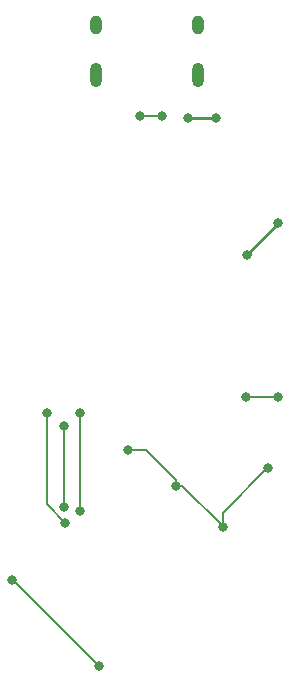
<source format=gbr>
%TF.GenerationSoftware,KiCad,Pcbnew,(6.0.10)*%
%TF.CreationDate,2023-01-18T13:12:32+09:00*%
%TF.ProjectId,3kpad,336b7061-642e-46b6-9963-61645f706362,rev?*%
%TF.SameCoordinates,Original*%
%TF.FileFunction,Copper,L1,Top*%
%TF.FilePolarity,Positive*%
%FSLAX46Y46*%
G04 Gerber Fmt 4.6, Leading zero omitted, Abs format (unit mm)*
G04 Created by KiCad (PCBNEW (6.0.10)) date 2023-01-18 13:12:32*
%MOMM*%
%LPD*%
G01*
G04 APERTURE LIST*
%TA.AperFunction,ComponentPad*%
%ADD10O,1.000000X1.600000*%
%TD*%
%TA.AperFunction,ComponentPad*%
%ADD11O,1.000000X2.100000*%
%TD*%
%TA.AperFunction,ViaPad*%
%ADD12C,0.800000*%
%TD*%
%TA.AperFunction,Conductor*%
%ADD13C,0.250000*%
%TD*%
%TA.AperFunction,Conductor*%
%ADD14C,0.200000*%
%TD*%
G04 APERTURE END LIST*
D10*
%TO.P,USB1,13,SHIELD*%
%TO.N,GND*%
X130617500Y-55665000D03*
D11*
X130617500Y-59845000D03*
X139257500Y-59845000D03*
D10*
X139257500Y-55665000D03*
%TD*%
D12*
%TO.N,GND*%
X143360000Y-75092500D03*
X146030000Y-72422500D03*
%TO.N,+5V*%
X130837748Y-109912500D03*
X145160000Y-93152500D03*
X123440000Y-102622500D03*
X141304259Y-98116759D03*
X137349362Y-94681862D03*
X133289139Y-91632500D03*
%TO.N,VCC*%
X138347557Y-63550441D03*
X140713750Y-63532500D03*
%TO.N,COL0*%
X127995874Y-97776626D03*
X126405000Y-88517500D03*
%TO.N,COL1*%
X127850000Y-96499380D03*
X127846250Y-89606250D03*
%TO.N,COL2*%
X143270000Y-87172500D03*
X129270000Y-96792500D03*
X145960000Y-87172500D03*
X129270000Y-88502500D03*
%TO.N,D+*%
X134330000Y-63352500D03*
X136140000Y-63332500D03*
%TD*%
D13*
%TO.N,GND*%
X146030000Y-72422500D02*
X143360000Y-75092500D01*
D14*
%TO.N,+5V*%
X141304259Y-98116759D02*
X141304259Y-96948241D01*
X130830000Y-109912500D02*
X130837748Y-109912500D01*
X123440000Y-102622500D02*
X123540000Y-102622500D01*
X141304259Y-98106759D02*
X141304259Y-98116759D01*
X123540000Y-102622500D02*
X130830000Y-109912500D01*
X141304259Y-96948241D02*
X145100000Y-93152500D01*
X137349362Y-94681862D02*
X137349362Y-94181862D01*
X134800000Y-91632500D02*
X133289139Y-91632500D01*
X137879362Y-94681862D02*
X141304259Y-98106759D01*
X137349362Y-94181862D02*
X134800000Y-91632500D01*
X137349362Y-94681862D02*
X137879362Y-94681862D01*
X145100000Y-93152500D02*
X145160000Y-93152500D01*
D13*
%TO.N,VCC*%
X138365498Y-63532500D02*
X140713750Y-63532500D01*
X138347557Y-63550441D02*
X138365498Y-63532500D01*
D14*
%TO.N,COL0*%
X126405000Y-96185752D02*
X127995874Y-97776626D01*
X126405000Y-88517500D02*
X126405000Y-96185752D01*
%TO.N,COL1*%
X127850000Y-89610000D02*
X127850000Y-96499380D01*
X127846250Y-89606250D02*
X127850000Y-89610000D01*
%TO.N,COL2*%
X129270000Y-96792500D02*
X129270000Y-88502500D01*
X143270000Y-87172500D02*
X145960000Y-87172500D01*
%TO.N,D+*%
X134330000Y-63352500D02*
X134350000Y-63332500D01*
X134350000Y-63332500D02*
X136140000Y-63332500D01*
%TD*%
M02*

</source>
